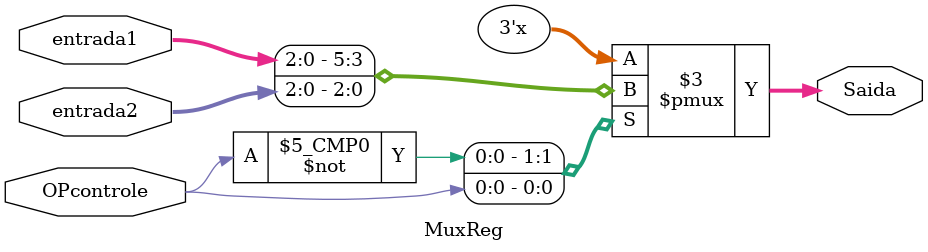
<source format=v>
module MuxReg(entrada1,entrada2,OPcontrole,Saida);


input wire[2:0]entrada1,entrada2;
input wire OPcontrole;
output reg[2:0]Saida;

initial begin
Saida = 3'b000;
end


always @(entrada1,entrada2,OPcontrole) begin


   case(OPcontrole)


   1'b0: Saida <= entrada1;
   1'b1: Saida <= entrada2;
   endcase


   end


endmodule


</source>
